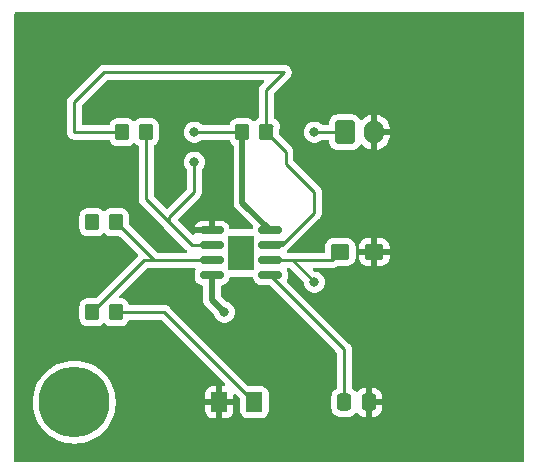
<source format=gbr>
%TF.GenerationSoftware,KiCad,Pcbnew,7.0.8*%
%TF.CreationDate,2023-10-16T16:24:13-07:00*%
%TF.ProjectId,KiCad_Lab2_ConnorRoane,4b694361-645f-44c6-9162-325f436f6e6e,rev?*%
%TF.SameCoordinates,Original*%
%TF.FileFunction,Copper,L1,Top*%
%TF.FilePolarity,Positive*%
%FSLAX46Y46*%
G04 Gerber Fmt 4.6, Leading zero omitted, Abs format (unit mm)*
G04 Created by KiCad (PCBNEW 7.0.8) date 2023-10-16 16:24:13*
%MOMM*%
%LPD*%
G01*
G04 APERTURE LIST*
G04 Aperture macros list*
%AMRoundRect*
0 Rectangle with rounded corners*
0 $1 Rounding radius*
0 $2 $3 $4 $5 $6 $7 $8 $9 X,Y pos of 4 corners*
0 Add a 4 corners polygon primitive as box body*
4,1,4,$2,$3,$4,$5,$6,$7,$8,$9,$2,$3,0*
0 Add four circle primitives for the rounded corners*
1,1,$1+$1,$2,$3*
1,1,$1+$1,$4,$5*
1,1,$1+$1,$6,$7*
1,1,$1+$1,$8,$9*
0 Add four rect primitives between the rounded corners*
20,1,$1+$1,$2,$3,$4,$5,0*
20,1,$1+$1,$4,$5,$6,$7,0*
20,1,$1+$1,$6,$7,$8,$9,0*
20,1,$1+$1,$8,$9,$2,$3,0*%
G04 Aperture macros list end*
%TA.AperFunction,ComponentPad*%
%ADD10C,6.000000*%
%TD*%
%TA.AperFunction,SMDPad,CuDef*%
%ADD11RoundRect,0.150000X-0.825000X-0.150000X0.825000X-0.150000X0.825000X0.150000X-0.825000X0.150000X0*%
%TD*%
%TA.AperFunction,SMDPad,CuDef*%
%ADD12R,2.290000X3.000000*%
%TD*%
%TA.AperFunction,SMDPad,CuDef*%
%ADD13RoundRect,0.250000X-0.350000X-0.450000X0.350000X-0.450000X0.350000X0.450000X-0.350000X0.450000X0*%
%TD*%
%TA.AperFunction,ComponentPad*%
%ADD14RoundRect,0.250000X-0.600000X-0.750000X0.600000X-0.750000X0.600000X0.750000X-0.600000X0.750000X0*%
%TD*%
%TA.AperFunction,ComponentPad*%
%ADD15O,1.700000X2.000000*%
%TD*%
%TA.AperFunction,SMDPad,CuDef*%
%ADD16RoundRect,0.250001X-0.462499X-0.624999X0.462499X-0.624999X0.462499X0.624999X-0.462499X0.624999X0*%
%TD*%
%TA.AperFunction,SMDPad,CuDef*%
%ADD17RoundRect,0.250000X-0.337500X-0.475000X0.337500X-0.475000X0.337500X0.475000X-0.337500X0.475000X0*%
%TD*%
%TA.AperFunction,SMDPad,CuDef*%
%ADD18RoundRect,0.250000X-0.537500X-0.425000X0.537500X-0.425000X0.537500X0.425000X-0.537500X0.425000X0*%
%TD*%
%TA.AperFunction,ViaPad*%
%ADD19C,0.800000*%
%TD*%
%TA.AperFunction,Conductor*%
%ADD20C,0.250000*%
%TD*%
%TA.AperFunction,Conductor*%
%ADD21C,0.254000*%
%TD*%
%TA.AperFunction,Conductor*%
%ADD22C,0.508000*%
%TD*%
G04 APERTURE END LIST*
D10*
%TO.P,REF\u002A\u002A,1*%
%TO.N,N/C*%
X88900000Y-88900000D03*
%TD*%
D11*
%TO.P,U1,1,GND*%
%TO.N,GND*%
X100552500Y-74355000D03*
%TO.P,U1,2,TR*%
%TO.N,/pin_2*%
X100552500Y-75625000D03*
%TO.P,U1,3,Q*%
%TO.N,/pin_3*%
X100552500Y-76895000D03*
%TO.P,U1,4,R*%
%TO.N,+9V*%
X100552500Y-78165000D03*
%TO.P,U1,5,CV*%
%TO.N,Net-(U1-CV)*%
X105502500Y-78165000D03*
%TO.P,U1,6,THR*%
%TO.N,/pin_2*%
X105502500Y-76895000D03*
%TO.P,U1,7,DIS*%
%TO.N,/pin_7*%
X105502500Y-75625000D03*
%TO.P,U1,8,VCC*%
%TO.N,+9V*%
X105502500Y-74355000D03*
D12*
%TO.P,U1,9*%
%TO.N,N/C*%
X103027500Y-76260000D03*
%TD*%
D13*
%TO.P,R4,1*%
%TO.N,/pin_3*%
X90440000Y-81280000D03*
%TO.P,R4,2*%
%TO.N,Net-(D2-A)*%
X92440000Y-81280000D03*
%TD*%
%TO.P,R3,1*%
%TO.N,Net-(D1-K)*%
X90440000Y-73660000D03*
%TO.P,R3,2*%
%TO.N,/pin_3*%
X92440000Y-73660000D03*
%TD*%
%TO.P,R2,2*%
%TO.N,/pin_2*%
X94980000Y-66040000D03*
%TO.P,R2,1*%
%TO.N,/pin_7*%
X92980000Y-66040000D03*
%TD*%
%TO.P,R1,1*%
%TO.N,+9V*%
X103140000Y-66040000D03*
%TO.P,R1,2*%
%TO.N,/pin_7*%
X105140000Y-66040000D03*
%TD*%
D14*
%TO.P,J1,1,Pin_1*%
%TO.N,+9V*%
X111800000Y-66040000D03*
D15*
%TO.P,J1,2,Pin_2*%
%TO.N,GND*%
X114300000Y-66040000D03*
%TD*%
D16*
%TO.P,D2,1,K*%
%TO.N,GND*%
X101165000Y-88900000D03*
%TO.P,D2,2,A*%
%TO.N,Net-(D2-A)*%
X104140000Y-88900000D03*
%TD*%
D17*
%TO.P,C2,1*%
%TO.N,Net-(U1-CV)*%
X111760000Y-88900000D03*
%TO.P,C2,2*%
%TO.N,GND*%
X113835000Y-88900000D03*
%TD*%
D18*
%TO.P,C1,2*%
%TO.N,GND*%
X114300000Y-76200000D03*
%TO.P,C1,1*%
%TO.N,/pin_2*%
X111425000Y-76200000D03*
%TD*%
D19*
%TO.N,/pin_2*%
X99060000Y-68580000D03*
%TO.N,GND*%
X96520000Y-58420000D03*
X96520000Y-63500000D03*
%TO.N,/pin_2*%
X109220000Y-78740000D03*
%TO.N,+9V*%
X101600000Y-81280000D03*
X99060000Y-66040000D03*
X109220000Y-66040000D03*
%TD*%
D20*
%TO.N,/pin_2*%
X99060000Y-71120000D02*
X99060000Y-68580000D01*
X96921918Y-73258082D02*
X99060000Y-71120000D01*
X96921918Y-73660000D02*
X96921918Y-73258082D01*
X96921918Y-73660000D02*
X96720959Y-73459041D01*
X109220000Y-78740000D02*
X107375000Y-76895000D01*
D21*
X96720959Y-73459041D02*
X98886918Y-75625000D01*
X94980000Y-71718082D02*
X96720959Y-73459041D01*
D20*
%TO.N,+9V*%
X99060000Y-66040000D02*
X103140000Y-66040000D01*
D22*
X100552500Y-80232500D02*
X101600000Y-81280000D01*
X100552500Y-78165000D02*
X100552500Y-80232500D01*
D20*
X111800000Y-66040000D02*
X109220000Y-66040000D01*
D22*
X103140000Y-71992500D02*
X105502500Y-74355000D01*
X103140000Y-66040000D02*
X103140000Y-71992500D01*
D20*
%TO.N,/pin_2*%
X105502500Y-76895000D02*
X107375000Y-76895000D01*
D21*
%TO.N,/pin_7*%
X105140000Y-62500000D02*
X105140000Y-66040000D01*
X106680000Y-60960000D02*
X105140000Y-62500000D01*
X88900000Y-63500000D02*
X91440000Y-60960000D01*
X88900000Y-66040000D02*
X88900000Y-63500000D01*
X91440000Y-60960000D02*
X106680000Y-60960000D01*
X92980000Y-66040000D02*
X88900000Y-66040000D01*
%TO.N,Net-(U1-CV)*%
X111760000Y-84422500D02*
X111760000Y-88900000D01*
X105502500Y-78165000D02*
X111760000Y-84422500D01*
%TO.N,Net-(D2-A)*%
X96520000Y-81280000D02*
X104140000Y-88900000D01*
X92440000Y-81280000D02*
X96520000Y-81280000D01*
D20*
%TO.N,/pin_7*%
X106477500Y-75625000D02*
X105502500Y-75625000D01*
X109220000Y-72882500D02*
X106477500Y-75625000D01*
X106802500Y-68702500D02*
X109220000Y-71120000D01*
X109220000Y-71120000D02*
X109220000Y-72882500D01*
X106802500Y-67702500D02*
X106802500Y-68702500D01*
X105140000Y-66040000D02*
X106802500Y-67702500D01*
D21*
%TO.N,/pin_2*%
X98886918Y-75625000D02*
X100552500Y-75625000D01*
X94980000Y-66040000D02*
X94980000Y-71718082D01*
X110730000Y-76895000D02*
X105502500Y-76895000D01*
X111425000Y-76200000D02*
X110730000Y-76895000D01*
%TO.N,/pin_3*%
X94825000Y-76895000D02*
X95675000Y-76895000D01*
X90440000Y-81280000D02*
X94825000Y-76895000D01*
X95675000Y-76895000D02*
X100552500Y-76895000D01*
X92440000Y-73660000D02*
X95675000Y-76895000D01*
D20*
%TO.N,/pin_7*%
X105787500Y-75340000D02*
X105502500Y-75625000D01*
X106680000Y-75340000D02*
X105787500Y-75340000D01*
X105680000Y-65500000D02*
X105140000Y-66040000D01*
%TO.N,/pin_2*%
X105502500Y-76895000D02*
X106477500Y-76895000D01*
%TD*%
%TA.AperFunction,Conductor*%
%TO.N,GND*%
G36*
X104932757Y-61607185D02*
G01*
X104978512Y-61659989D01*
X104988456Y-61729147D01*
X104959431Y-61792703D01*
X104953399Y-61799181D01*
X104754953Y-61997626D01*
X104742669Y-62007469D01*
X104742849Y-62007687D01*
X104736838Y-62012659D01*
X104689322Y-62063258D01*
X104668375Y-62084205D01*
X104664106Y-62089709D01*
X104660315Y-62094147D01*
X104628308Y-62128230D01*
X104628305Y-62128234D01*
X104618606Y-62145877D01*
X104607928Y-62162133D01*
X104595594Y-62178034D01*
X104595589Y-62178042D01*
X104577025Y-62220943D01*
X104574454Y-62226191D01*
X104551927Y-62267167D01*
X104546920Y-62286668D01*
X104540621Y-62305064D01*
X104533893Y-62320612D01*
X104532625Y-62323544D01*
X104532624Y-62323546D01*
X104525312Y-62369716D01*
X104524127Y-62375438D01*
X104512500Y-62420723D01*
X104512500Y-62440858D01*
X104510973Y-62460257D01*
X104507825Y-62480131D01*
X104512225Y-62526677D01*
X104512500Y-62532515D01*
X104512500Y-64810175D01*
X104492815Y-64877214D01*
X104453597Y-64915714D01*
X104321342Y-64997289D01*
X104227681Y-65090951D01*
X104166358Y-65124436D01*
X104096666Y-65119452D01*
X104052319Y-65090951D01*
X103958657Y-64997289D01*
X103958656Y-64997288D01*
X103809334Y-64905186D01*
X103642797Y-64850001D01*
X103642795Y-64850000D01*
X103540010Y-64839500D01*
X102739998Y-64839500D01*
X102739980Y-64839501D01*
X102637203Y-64850000D01*
X102637200Y-64850001D01*
X102470668Y-64905185D01*
X102470663Y-64905187D01*
X102321342Y-64997289D01*
X102197289Y-65121342D01*
X102105187Y-65270663D01*
X102105186Y-65270666D01*
X102085689Y-65329505D01*
X102045916Y-65386949D01*
X101981400Y-65413772D01*
X101967983Y-65414500D01*
X99763748Y-65414500D01*
X99696709Y-65394815D01*
X99671600Y-65373474D01*
X99665873Y-65367114D01*
X99665869Y-65367110D01*
X99512734Y-65255851D01*
X99512729Y-65255848D01*
X99339807Y-65178857D01*
X99339802Y-65178855D01*
X99194001Y-65147865D01*
X99154646Y-65139500D01*
X98965354Y-65139500D01*
X98932897Y-65146398D01*
X98780197Y-65178855D01*
X98780192Y-65178857D01*
X98607270Y-65255848D01*
X98607265Y-65255851D01*
X98454129Y-65367111D01*
X98327466Y-65507785D01*
X98232821Y-65671715D01*
X98232818Y-65671722D01*
X98189378Y-65805419D01*
X98174326Y-65851744D01*
X98154540Y-66040000D01*
X98174326Y-66228256D01*
X98174327Y-66228259D01*
X98232818Y-66408277D01*
X98232821Y-66408284D01*
X98327467Y-66572216D01*
X98416627Y-66671238D01*
X98454129Y-66712888D01*
X98607265Y-66824148D01*
X98607270Y-66824151D01*
X98780192Y-66901142D01*
X98780197Y-66901144D01*
X98965354Y-66940500D01*
X98965355Y-66940500D01*
X99154644Y-66940500D01*
X99154646Y-66940500D01*
X99339803Y-66901144D01*
X99512730Y-66824151D01*
X99665871Y-66712888D01*
X99668788Y-66709647D01*
X99671600Y-66706526D01*
X99731087Y-66669879D01*
X99763748Y-66665500D01*
X101967983Y-66665500D01*
X102035022Y-66685185D01*
X102080777Y-66737989D01*
X102085686Y-66750489D01*
X102105186Y-66809334D01*
X102197288Y-66958656D01*
X102321344Y-67082712D01*
X102326591Y-67085948D01*
X102373318Y-67137892D01*
X102385500Y-67191490D01*
X102385500Y-71928500D01*
X102384191Y-71946469D01*
X102380684Y-71970408D01*
X102385264Y-72022741D01*
X102385500Y-72028148D01*
X102385500Y-72036446D01*
X102389325Y-72069174D01*
X102396056Y-72146110D01*
X102397516Y-72153177D01*
X102397464Y-72153187D01*
X102399123Y-72160667D01*
X102399174Y-72160655D01*
X102400839Y-72167680D01*
X102427247Y-72240240D01*
X102451535Y-72313534D01*
X102454586Y-72320075D01*
X102454536Y-72320098D01*
X102457876Y-72326997D01*
X102457925Y-72326973D01*
X102461165Y-72333425D01*
X102503599Y-72397944D01*
X102544131Y-72463656D01*
X102548611Y-72469322D01*
X102548569Y-72469355D01*
X102553401Y-72475286D01*
X102553443Y-72475252D01*
X102558081Y-72480780D01*
X102558085Y-72480785D01*
X102586166Y-72507278D01*
X102614247Y-72533772D01*
X104012492Y-73932016D01*
X104045977Y-73993339D01*
X104043888Y-74054291D01*
X104029901Y-74102432D01*
X104029901Y-74102433D01*
X104027000Y-74139300D01*
X104026959Y-74140357D01*
X104004664Y-74206574D01*
X103950108Y-74250225D01*
X103903054Y-74259500D01*
X102151444Y-74259500D01*
X102084405Y-74239815D01*
X102038650Y-74187011D01*
X102027539Y-74140358D01*
X102027500Y-74139353D01*
X102024600Y-74102511D01*
X102024599Y-74102504D01*
X101978783Y-73944806D01*
X101978782Y-73944803D01*
X101895185Y-73803447D01*
X101895178Y-73803438D01*
X101779061Y-73687321D01*
X101779052Y-73687314D01*
X101637696Y-73603717D01*
X101637693Y-73603716D01*
X101479995Y-73557900D01*
X101479989Y-73557899D01*
X101443144Y-73555000D01*
X100802500Y-73555000D01*
X100802500Y-74481000D01*
X100782815Y-74548039D01*
X100730011Y-74593794D01*
X100678500Y-74605000D01*
X99080205Y-74605000D01*
X99080204Y-74605001D01*
X99080400Y-74607494D01*
X99081282Y-74612323D01*
X99073962Y-74681808D01*
X99030238Y-74736306D01*
X98963991Y-74758512D01*
X98896255Y-74741378D01*
X98871619Y-74722282D01*
X98254335Y-74104998D01*
X99080204Y-74104998D01*
X99080205Y-74105000D01*
X100302500Y-74105000D01*
X100302500Y-73555000D01*
X99661856Y-73555000D01*
X99625010Y-73557899D01*
X99625004Y-73557900D01*
X99467306Y-73603716D01*
X99467303Y-73603717D01*
X99325947Y-73687314D01*
X99325938Y-73687321D01*
X99209821Y-73803438D01*
X99209814Y-73803447D01*
X99126218Y-73944801D01*
X99080399Y-74102513D01*
X99080204Y-74104998D01*
X98254335Y-74104998D01*
X97694644Y-73545307D01*
X97661159Y-73483984D01*
X97666143Y-73414292D01*
X97694644Y-73369945D01*
X98550733Y-72513856D01*
X99443786Y-71620802D01*
X99456048Y-71610980D01*
X99455865Y-71610759D01*
X99461867Y-71605792D01*
X99461877Y-71605786D01*
X99509241Y-71555348D01*
X99530120Y-71534470D01*
X99534373Y-71528986D01*
X99538150Y-71524563D01*
X99570062Y-71490582D01*
X99579714Y-71473023D01*
X99590389Y-71456772D01*
X99602674Y-71440936D01*
X99621186Y-71398152D01*
X99623742Y-71392935D01*
X99646197Y-71352092D01*
X99651180Y-71332680D01*
X99657477Y-71314291D01*
X99665438Y-71295895D01*
X99672729Y-71249853D01*
X99673908Y-71244162D01*
X99685500Y-71199019D01*
X99685500Y-71178983D01*
X99687027Y-71159582D01*
X99690160Y-71139804D01*
X99685775Y-71093415D01*
X99685500Y-71087577D01*
X99685500Y-69278687D01*
X99705185Y-69211648D01*
X99717350Y-69195715D01*
X99735891Y-69175122D01*
X99792533Y-69112216D01*
X99887179Y-68948284D01*
X99945674Y-68768256D01*
X99965460Y-68580000D01*
X99945674Y-68391744D01*
X99887179Y-68211716D01*
X99792533Y-68047784D01*
X99665871Y-67907112D01*
X99665870Y-67907111D01*
X99512734Y-67795851D01*
X99512729Y-67795848D01*
X99339807Y-67718857D01*
X99339802Y-67718855D01*
X99194001Y-67687865D01*
X99154646Y-67679500D01*
X98965354Y-67679500D01*
X98932897Y-67686398D01*
X98780197Y-67718855D01*
X98780192Y-67718857D01*
X98607270Y-67795848D01*
X98607265Y-67795851D01*
X98454129Y-67907111D01*
X98327466Y-68047785D01*
X98232821Y-68211715D01*
X98232818Y-68211722D01*
X98174327Y-68391740D01*
X98174326Y-68391744D01*
X98154540Y-68580000D01*
X98174326Y-68768256D01*
X98174327Y-68768259D01*
X98232818Y-68948277D01*
X98232821Y-68948284D01*
X98327467Y-69112216D01*
X98347159Y-69134086D01*
X98402650Y-69195715D01*
X98432880Y-69258706D01*
X98434500Y-69278687D01*
X98434500Y-70809547D01*
X98414815Y-70876586D01*
X98398181Y-70897228D01*
X96810054Y-72485355D01*
X96748731Y-72518840D01*
X96679039Y-72513856D01*
X96634692Y-72485355D01*
X95643819Y-71494482D01*
X95610334Y-71433159D01*
X95607500Y-71406801D01*
X95607500Y-67269824D01*
X95627185Y-67202785D01*
X95666404Y-67164285D01*
X95709194Y-67137892D01*
X95798656Y-67082712D01*
X95922712Y-66958656D01*
X96014814Y-66809334D01*
X96069999Y-66642797D01*
X96080500Y-66540009D01*
X96080499Y-65539992D01*
X96069999Y-65437203D01*
X96014814Y-65270666D01*
X95922712Y-65121344D01*
X95798656Y-64997288D01*
X95649334Y-64905186D01*
X95482797Y-64850001D01*
X95482795Y-64850000D01*
X95380010Y-64839500D01*
X94579998Y-64839500D01*
X94579980Y-64839501D01*
X94477203Y-64850000D01*
X94477200Y-64850001D01*
X94310668Y-64905185D01*
X94310663Y-64905187D01*
X94161342Y-64997289D01*
X94067681Y-65090951D01*
X94006358Y-65124436D01*
X93936666Y-65119452D01*
X93892319Y-65090951D01*
X93798657Y-64997289D01*
X93798656Y-64997288D01*
X93649334Y-64905186D01*
X93482797Y-64850001D01*
X93482795Y-64850000D01*
X93380010Y-64839500D01*
X92579998Y-64839500D01*
X92579980Y-64839501D01*
X92477203Y-64850000D01*
X92477200Y-64850001D01*
X92310668Y-64905185D01*
X92310663Y-64905187D01*
X92161342Y-64997289D01*
X92037289Y-65121342D01*
X91945187Y-65270663D01*
X91945185Y-65270668D01*
X91926352Y-65327504D01*
X91886579Y-65384949D01*
X91822063Y-65411772D01*
X91808646Y-65412500D01*
X89651500Y-65412500D01*
X89584461Y-65392815D01*
X89538706Y-65340011D01*
X89527500Y-65288500D01*
X89527500Y-63811281D01*
X89547185Y-63744242D01*
X89563819Y-63723600D01*
X91663600Y-61623819D01*
X91724923Y-61590334D01*
X91751281Y-61587500D01*
X104865718Y-61587500D01*
X104932757Y-61607185D01*
G37*
%TD.AperFunction*%
%TA.AperFunction,Conductor*%
G36*
X126942539Y-55900185D02*
G01*
X126988294Y-55952989D01*
X126999500Y-56004500D01*
X126999500Y-93855500D01*
X126979815Y-93922539D01*
X126927011Y-93968294D01*
X126875500Y-93979500D01*
X83944500Y-93979500D01*
X83877461Y-93959815D01*
X83831706Y-93907011D01*
X83820500Y-93855500D01*
X83820500Y-88900000D01*
X85394696Y-88900000D01*
X85413898Y-89266405D01*
X85439020Y-89425019D01*
X85471295Y-89628794D01*
X85512452Y-89782395D01*
X85566260Y-89983206D01*
X85697746Y-90325739D01*
X85864320Y-90652656D01*
X86064147Y-90960364D01*
X86064149Y-90960366D01*
X86295051Y-91245506D01*
X86554494Y-91504949D01*
X86554498Y-91504952D01*
X86839635Y-91735852D01*
X87147343Y-91935679D01*
X87147348Y-91935682D01*
X87474264Y-92102255D01*
X87816801Y-92233742D01*
X88171206Y-92328705D01*
X88533596Y-92386102D01*
X88879734Y-92404241D01*
X88899999Y-92405304D01*
X88900000Y-92405304D01*
X88900001Y-92405304D01*
X88919203Y-92404297D01*
X89266404Y-92386102D01*
X89628794Y-92328705D01*
X89983199Y-92233742D01*
X90325736Y-92102255D01*
X90652652Y-91935682D01*
X90960366Y-91735851D01*
X91245506Y-91504949D01*
X91504949Y-91245506D01*
X91735851Y-90960366D01*
X91935682Y-90652652D01*
X92102255Y-90325736D01*
X92233742Y-89983199D01*
X92328705Y-89628794D01*
X92386102Y-89266404D01*
X92392202Y-89150000D01*
X99952500Y-89150000D01*
X99952500Y-89574985D01*
X99962993Y-89677689D01*
X99962994Y-89677696D01*
X100018141Y-89844118D01*
X100018143Y-89844123D01*
X100110184Y-89993344D01*
X100234155Y-90117315D01*
X100383376Y-90209356D01*
X100383381Y-90209358D01*
X100549803Y-90264505D01*
X100549810Y-90264506D01*
X100652514Y-90274999D01*
X100652527Y-90275000D01*
X100915000Y-90275000D01*
X100915000Y-89150000D01*
X101415000Y-89150000D01*
X101415000Y-90275000D01*
X101677473Y-90275000D01*
X101677485Y-90274999D01*
X101780189Y-90264506D01*
X101780196Y-90264505D01*
X101946618Y-90209358D01*
X101946623Y-90209356D01*
X102095844Y-90117315D01*
X102219815Y-89993344D01*
X102311856Y-89844123D01*
X102311858Y-89844118D01*
X102367005Y-89677696D01*
X102367006Y-89677689D01*
X102377499Y-89574985D01*
X102377500Y-89574972D01*
X102377500Y-89150000D01*
X101415000Y-89150000D01*
X100915000Y-89150000D01*
X99952500Y-89150000D01*
X92392202Y-89150000D01*
X92405304Y-88900000D01*
X92392202Y-88650000D01*
X99952500Y-88650000D01*
X100915000Y-88650000D01*
X100915000Y-87525000D01*
X100652514Y-87525000D01*
X100549810Y-87535493D01*
X100549803Y-87535494D01*
X100383381Y-87590641D01*
X100383376Y-87590643D01*
X100234155Y-87682684D01*
X100110184Y-87806655D01*
X100018143Y-87955876D01*
X100018141Y-87955881D01*
X99962994Y-88122303D01*
X99962993Y-88122310D01*
X99952500Y-88225014D01*
X99952500Y-88650000D01*
X92392202Y-88650000D01*
X92386102Y-88533596D01*
X92328705Y-88171206D01*
X92233742Y-87816801D01*
X92229729Y-87806348D01*
X92183338Y-87685493D01*
X92102255Y-87474264D01*
X91935682Y-87147348D01*
X91735851Y-86839634D01*
X91504949Y-86554494D01*
X91245506Y-86295051D01*
X90960366Y-86064149D01*
X90960364Y-86064147D01*
X90652656Y-85864320D01*
X90325739Y-85697746D01*
X89983206Y-85566260D01*
X89983199Y-85566258D01*
X89628794Y-85471295D01*
X89628790Y-85471294D01*
X89628789Y-85471294D01*
X89266405Y-85413898D01*
X88900001Y-85394696D01*
X88899999Y-85394696D01*
X88533594Y-85413898D01*
X88171211Y-85471294D01*
X88171209Y-85471294D01*
X87816793Y-85566260D01*
X87474260Y-85697746D01*
X87147343Y-85864320D01*
X86839635Y-86064147D01*
X86554498Y-86295047D01*
X86554490Y-86295054D01*
X86295054Y-86554490D01*
X86295047Y-86554498D01*
X86064147Y-86839635D01*
X85864320Y-87147343D01*
X85697746Y-87474260D01*
X85566260Y-87816793D01*
X85471294Y-88171209D01*
X85471294Y-88171211D01*
X85413898Y-88533594D01*
X85394696Y-88899999D01*
X85394696Y-88900000D01*
X83820500Y-88900000D01*
X83820500Y-63480131D01*
X88267825Y-63480131D01*
X88272225Y-63526677D01*
X88272500Y-63532515D01*
X88272500Y-65968961D01*
X88270304Y-65992196D01*
X88268761Y-66000283D01*
X88268761Y-66000286D01*
X88272378Y-66057786D01*
X88272500Y-66061659D01*
X88272500Y-66079484D01*
X88274733Y-66097159D01*
X88275099Y-66101034D01*
X88278716Y-66158518D01*
X88281261Y-66166350D01*
X88286351Y-66189119D01*
X88287384Y-66197293D01*
X88287385Y-66197297D01*
X88287386Y-66197299D01*
X88308592Y-66250862D01*
X88309911Y-66254525D01*
X88327709Y-66309300D01*
X88332121Y-66316252D01*
X88342713Y-66337041D01*
X88345747Y-66344704D01*
X88379608Y-66391310D01*
X88381798Y-66394531D01*
X88412659Y-66443161D01*
X88418661Y-66448797D01*
X88434098Y-66466307D01*
X88438937Y-66472968D01*
X88483317Y-66509682D01*
X88486238Y-66512258D01*
X88515781Y-66540000D01*
X88528233Y-66551693D01*
X88535451Y-66555661D01*
X88554758Y-66568782D01*
X88561094Y-66574024D01*
X88561095Y-66574024D01*
X88561097Y-66574026D01*
X88612361Y-66598149D01*
X88613203Y-66598545D01*
X88616674Y-66600314D01*
X88635495Y-66610660D01*
X88667166Y-66628072D01*
X88675137Y-66630118D01*
X88697105Y-66638027D01*
X88704551Y-66641531D01*
X88761147Y-66652326D01*
X88764892Y-66653163D01*
X88820728Y-66667500D01*
X88828962Y-66667500D01*
X88852198Y-66669697D01*
X88860277Y-66671238D01*
X88860281Y-66671238D01*
X88860286Y-66671239D01*
X88917787Y-66667621D01*
X88921660Y-66667500D01*
X91808646Y-66667500D01*
X91875685Y-66687185D01*
X91921440Y-66739989D01*
X91926350Y-66752492D01*
X91945186Y-66809334D01*
X92037288Y-66958656D01*
X92161344Y-67082712D01*
X92310666Y-67174814D01*
X92477203Y-67229999D01*
X92579991Y-67240500D01*
X93380008Y-67240499D01*
X93380016Y-67240498D01*
X93380019Y-67240498D01*
X93436302Y-67234748D01*
X93482797Y-67229999D01*
X93649334Y-67174814D01*
X93798656Y-67082712D01*
X93892319Y-66989049D01*
X93953642Y-66955564D01*
X94023334Y-66960548D01*
X94067681Y-66989049D01*
X94161344Y-67082712D01*
X94293596Y-67164285D01*
X94340321Y-67216233D01*
X94352500Y-67269824D01*
X94352500Y-71635114D01*
X94350772Y-71650763D01*
X94351054Y-71650790D01*
X94350319Y-71658557D01*
X94352500Y-71727941D01*
X94352500Y-71757559D01*
X94353371Y-71764462D01*
X94353829Y-71770281D01*
X94355298Y-71817024D01*
X94360916Y-71836357D01*
X94364862Y-71855411D01*
X94367383Y-71875369D01*
X94367386Y-71875381D01*
X94384595Y-71918847D01*
X94386487Y-71924375D01*
X94399530Y-71969269D01*
X94399530Y-71969270D01*
X94409777Y-71986597D01*
X94418335Y-72004067D01*
X94425745Y-72022783D01*
X94453229Y-72060611D01*
X94456437Y-72065495D01*
X94480234Y-72105734D01*
X94480240Y-72105742D01*
X94494469Y-72119970D01*
X94507109Y-72134769D01*
X94518934Y-72151046D01*
X94518936Y-72151047D01*
X94518937Y-72151049D01*
X94554957Y-72180847D01*
X94559268Y-72184769D01*
X95529916Y-73155417D01*
X96445427Y-74070928D01*
X96458063Y-74085723D01*
X96462324Y-74091587D01*
X96478538Y-74105000D01*
X96481850Y-74107740D01*
X96486161Y-74111662D01*
X97464684Y-75090185D01*
X98384542Y-76010043D01*
X98394389Y-76022333D01*
X98394607Y-76022154D01*
X98399575Y-76028160D01*
X98426142Y-76053108D01*
X98461537Y-76113350D01*
X98458743Y-76183163D01*
X98418649Y-76240384D01*
X98353984Y-76266845D01*
X98341258Y-76267500D01*
X95986281Y-76267500D01*
X95919242Y-76247815D01*
X95898600Y-76231181D01*
X93576818Y-73909399D01*
X93543333Y-73848076D01*
X93540499Y-73821718D01*
X93540499Y-73159998D01*
X93540498Y-73159981D01*
X93529999Y-73057203D01*
X93529998Y-73057200D01*
X93514186Y-73009482D01*
X93474814Y-72890666D01*
X93382712Y-72741344D01*
X93258656Y-72617288D01*
X93109334Y-72525186D01*
X92942797Y-72470001D01*
X92942795Y-72470000D01*
X92840010Y-72459500D01*
X92039998Y-72459500D01*
X92039980Y-72459501D01*
X91937203Y-72470000D01*
X91937200Y-72470001D01*
X91770668Y-72525185D01*
X91770663Y-72525187D01*
X91621342Y-72617289D01*
X91527681Y-72710951D01*
X91466358Y-72744436D01*
X91396666Y-72739452D01*
X91352319Y-72710951D01*
X91258657Y-72617289D01*
X91258656Y-72617288D01*
X91109334Y-72525186D01*
X90942797Y-72470001D01*
X90942795Y-72470000D01*
X90840010Y-72459500D01*
X90039998Y-72459500D01*
X90039980Y-72459501D01*
X89937203Y-72470000D01*
X89937200Y-72470001D01*
X89770668Y-72525185D01*
X89770663Y-72525187D01*
X89621342Y-72617289D01*
X89497289Y-72741342D01*
X89405187Y-72890663D01*
X89405185Y-72890668D01*
X89394776Y-72922082D01*
X89350001Y-73057203D01*
X89350001Y-73057204D01*
X89350000Y-73057204D01*
X89339500Y-73159983D01*
X89339500Y-74160001D01*
X89339501Y-74160019D01*
X89350000Y-74262796D01*
X89350001Y-74262799D01*
X89351032Y-74265909D01*
X89405186Y-74429334D01*
X89497288Y-74578656D01*
X89621344Y-74702712D01*
X89770666Y-74794814D01*
X89937203Y-74849999D01*
X90039991Y-74860500D01*
X90840008Y-74860499D01*
X90840016Y-74860498D01*
X90840019Y-74860498D01*
X90896302Y-74854748D01*
X90942797Y-74849999D01*
X91109334Y-74794814D01*
X91258656Y-74702712D01*
X91352319Y-74609049D01*
X91413642Y-74575564D01*
X91483334Y-74580548D01*
X91527681Y-74609049D01*
X91621344Y-74702712D01*
X91770666Y-74794814D01*
X91937203Y-74849999D01*
X92039991Y-74860500D01*
X92701718Y-74860499D01*
X92768757Y-74880183D01*
X92789399Y-74896818D01*
X94274899Y-76382318D01*
X94308384Y-76443641D01*
X94303400Y-76513333D01*
X94274899Y-76557680D01*
X90789398Y-80043181D01*
X90728075Y-80076666D01*
X90701717Y-80079500D01*
X90039998Y-80079500D01*
X90039980Y-80079501D01*
X89937203Y-80090000D01*
X89937200Y-80090001D01*
X89770668Y-80145185D01*
X89770663Y-80145187D01*
X89621342Y-80237289D01*
X89497289Y-80361342D01*
X89405187Y-80510663D01*
X89405186Y-80510666D01*
X89350001Y-80677203D01*
X89350001Y-80677204D01*
X89350000Y-80677204D01*
X89339500Y-80779983D01*
X89339500Y-81780001D01*
X89339501Y-81780019D01*
X89350000Y-81882796D01*
X89350001Y-81882799D01*
X89405185Y-82049331D01*
X89405186Y-82049334D01*
X89497288Y-82198656D01*
X89621344Y-82322712D01*
X89770666Y-82414814D01*
X89937203Y-82469999D01*
X90039991Y-82480500D01*
X90840008Y-82480499D01*
X90840016Y-82480498D01*
X90840019Y-82480498D01*
X90896302Y-82474748D01*
X90942797Y-82469999D01*
X91109334Y-82414814D01*
X91258656Y-82322712D01*
X91352319Y-82229049D01*
X91413642Y-82195564D01*
X91483334Y-82200548D01*
X91527681Y-82229049D01*
X91621344Y-82322712D01*
X91770666Y-82414814D01*
X91937203Y-82469999D01*
X92039991Y-82480500D01*
X92840008Y-82480499D01*
X92840016Y-82480498D01*
X92840019Y-82480498D01*
X92896302Y-82474748D01*
X92942797Y-82469999D01*
X93109334Y-82414814D01*
X93258656Y-82322712D01*
X93382712Y-82198656D01*
X93474814Y-82049334D01*
X93493648Y-81992495D01*
X93533421Y-81935051D01*
X93597937Y-81908228D01*
X93611354Y-81907500D01*
X96208719Y-81907500D01*
X96275758Y-81927185D01*
X96296400Y-81943819D01*
X101665900Y-87313319D01*
X101699385Y-87374642D01*
X101694401Y-87444334D01*
X101652529Y-87500267D01*
X101587065Y-87524684D01*
X101578219Y-87525000D01*
X101415000Y-87525000D01*
X101415000Y-88650000D01*
X102377500Y-88650000D01*
X102377500Y-88324281D01*
X102397185Y-88257242D01*
X102449989Y-88211487D01*
X102519147Y-88201543D01*
X102582703Y-88230568D01*
X102589181Y-88236600D01*
X102890681Y-88538100D01*
X102924166Y-88599423D01*
X102927000Y-88625781D01*
X102927000Y-89575015D01*
X102937500Y-89677795D01*
X102937501Y-89677797D01*
X102965093Y-89761065D01*
X102992686Y-89844335D01*
X102992687Y-89844337D01*
X103084786Y-89993651D01*
X103084789Y-89993655D01*
X103208844Y-90117710D01*
X103208848Y-90117713D01*
X103358162Y-90209812D01*
X103358164Y-90209813D01*
X103358166Y-90209814D01*
X103524703Y-90264999D01*
X103627492Y-90275500D01*
X103627497Y-90275500D01*
X104652503Y-90275500D01*
X104652508Y-90275500D01*
X104755297Y-90264999D01*
X104921834Y-90209814D01*
X105071155Y-90117711D01*
X105195211Y-89993655D01*
X105287314Y-89844334D01*
X105342499Y-89677797D01*
X105353000Y-89575008D01*
X105353000Y-88224992D01*
X105342499Y-88122203D01*
X105287314Y-87955666D01*
X105201660Y-87816801D01*
X105195213Y-87806348D01*
X105195210Y-87806344D01*
X105071155Y-87682289D01*
X105071151Y-87682286D01*
X104921837Y-87590187D01*
X104921835Y-87590186D01*
X104838565Y-87562593D01*
X104755297Y-87535001D01*
X104755295Y-87535000D01*
X104652515Y-87524500D01*
X104652508Y-87524500D01*
X103703281Y-87524500D01*
X103636242Y-87504815D01*
X103615600Y-87488181D01*
X97022376Y-80894957D01*
X97012531Y-80882668D01*
X97012313Y-80882849D01*
X97007340Y-80876838D01*
X96956741Y-80829322D01*
X96946268Y-80818849D01*
X96935797Y-80808377D01*
X96930296Y-80804111D01*
X96925848Y-80800312D01*
X96891768Y-80768308D01*
X96891763Y-80768304D01*
X96874122Y-80758606D01*
X96857857Y-80747922D01*
X96857680Y-80747785D01*
X96841962Y-80735592D01*
X96826804Y-80729032D01*
X96799054Y-80717023D01*
X96793807Y-80714453D01*
X96752837Y-80691929D01*
X96752828Y-80691926D01*
X96733334Y-80686920D01*
X96714933Y-80680620D01*
X96696459Y-80672626D01*
X96696452Y-80672624D01*
X96650287Y-80665313D01*
X96644563Y-80664128D01*
X96599279Y-80652500D01*
X96599272Y-80652500D01*
X96579142Y-80652500D01*
X96559743Y-80650973D01*
X96539868Y-80647825D01*
X96539867Y-80647825D01*
X96493321Y-80652225D01*
X96487483Y-80652500D01*
X93611354Y-80652500D01*
X93544315Y-80632815D01*
X93498560Y-80580011D01*
X93493648Y-80567504D01*
X93491186Y-80560075D01*
X93474814Y-80510666D01*
X93382712Y-80361344D01*
X93258656Y-80237288D01*
X93109334Y-80145186D01*
X92942797Y-80090001D01*
X92942795Y-80090000D01*
X92840016Y-80079500D01*
X92840009Y-80079500D01*
X92827280Y-80079500D01*
X92760241Y-80059815D01*
X92714486Y-80007011D01*
X92704542Y-79937853D01*
X92733567Y-79874297D01*
X92739599Y-79867819D01*
X93847071Y-78760348D01*
X95048600Y-77558819D01*
X95109923Y-77525334D01*
X95136281Y-77522500D01*
X95595728Y-77522500D01*
X95615858Y-77522500D01*
X95635257Y-77524027D01*
X95655133Y-77527175D01*
X95697779Y-77523143D01*
X95701679Y-77522775D01*
X95707517Y-77522500D01*
X99045626Y-77522500D01*
X99112665Y-77542185D01*
X99158420Y-77594989D01*
X99168364Y-77664147D01*
X99152358Y-77709621D01*
X99125755Y-77754603D01*
X99125754Y-77754606D01*
X99079902Y-77912426D01*
X99079901Y-77912432D01*
X99077000Y-77949304D01*
X99077000Y-78380696D01*
X99079901Y-78417567D01*
X99079902Y-78417573D01*
X99125754Y-78575393D01*
X99125755Y-78575396D01*
X99209417Y-78716862D01*
X99209423Y-78716870D01*
X99325629Y-78833076D01*
X99325633Y-78833079D01*
X99325635Y-78833081D01*
X99467102Y-78916744D01*
X99506726Y-78928256D01*
X99624926Y-78962597D01*
X99624929Y-78962597D01*
X99624931Y-78962598D01*
X99637222Y-78963565D01*
X99661804Y-78965500D01*
X99661806Y-78965500D01*
X99674000Y-78965500D01*
X99741039Y-78985185D01*
X99786794Y-79037989D01*
X99798000Y-79089500D01*
X99798000Y-80168500D01*
X99796691Y-80186469D01*
X99793184Y-80210408D01*
X99797764Y-80262741D01*
X99798000Y-80268148D01*
X99798000Y-80276446D01*
X99801825Y-80309174D01*
X99808556Y-80386110D01*
X99810016Y-80393177D01*
X99809964Y-80393187D01*
X99811623Y-80400667D01*
X99811674Y-80400655D01*
X99813339Y-80407680D01*
X99839747Y-80480240D01*
X99864035Y-80553534D01*
X99867086Y-80560075D01*
X99867036Y-80560098D01*
X99870376Y-80566997D01*
X99870425Y-80566973D01*
X99873662Y-80573420D01*
X99873664Y-80573424D01*
X99895820Y-80607111D01*
X99916099Y-80637944D01*
X99956631Y-80703656D01*
X99961111Y-80709322D01*
X99961069Y-80709355D01*
X99965901Y-80715286D01*
X99965943Y-80715252D01*
X99970581Y-80720780D01*
X99970585Y-80720785D01*
X99986280Y-80735592D01*
X100026747Y-80773772D01*
X100689951Y-81436975D01*
X100720201Y-81486338D01*
X100772818Y-81648277D01*
X100772821Y-81648284D01*
X100867467Y-81812216D01*
X100985963Y-81943819D01*
X100994129Y-81952888D01*
X101147265Y-82064148D01*
X101147270Y-82064151D01*
X101320192Y-82141142D01*
X101320197Y-82141144D01*
X101505354Y-82180500D01*
X101505355Y-82180500D01*
X101694644Y-82180500D01*
X101694646Y-82180500D01*
X101879803Y-82141144D01*
X102052730Y-82064151D01*
X102205871Y-81952888D01*
X102332533Y-81812216D01*
X102427179Y-81648284D01*
X102485674Y-81468256D01*
X102505460Y-81280000D01*
X102485674Y-81091744D01*
X102427179Y-80911716D01*
X102332533Y-80747784D01*
X102205871Y-80607112D01*
X102159505Y-80573425D01*
X102052734Y-80495851D01*
X102052729Y-80495848D01*
X101879807Y-80418857D01*
X101879802Y-80418855D01*
X101821853Y-80406538D01*
X101760371Y-80373345D01*
X101759953Y-80372929D01*
X101343319Y-79956294D01*
X101309834Y-79894971D01*
X101307000Y-79868613D01*
X101307000Y-79089500D01*
X101326685Y-79022461D01*
X101379489Y-78976706D01*
X101431000Y-78965500D01*
X101443196Y-78965500D01*
X101461631Y-78964049D01*
X101480069Y-78962598D01*
X101480071Y-78962597D01*
X101480073Y-78962597D01*
X101521691Y-78950505D01*
X101637898Y-78916744D01*
X101779365Y-78833081D01*
X101895581Y-78716865D01*
X101979244Y-78575398D01*
X102025098Y-78417569D01*
X102028000Y-78380694D01*
X102028041Y-78379643D01*
X102050336Y-78313426D01*
X102104891Y-78269774D01*
X102151946Y-78260499D01*
X103903054Y-78260499D01*
X103970093Y-78280184D01*
X104015848Y-78332988D01*
X104026959Y-78379643D01*
X104027000Y-78380700D01*
X104029901Y-78417566D01*
X104029902Y-78417573D01*
X104075754Y-78575393D01*
X104075755Y-78575396D01*
X104159417Y-78716862D01*
X104159423Y-78716870D01*
X104275629Y-78833076D01*
X104275633Y-78833079D01*
X104275635Y-78833081D01*
X104417102Y-78916744D01*
X104456726Y-78928256D01*
X104574926Y-78962597D01*
X104574929Y-78962597D01*
X104574931Y-78962598D01*
X104587222Y-78963565D01*
X104611804Y-78965500D01*
X104611806Y-78965500D01*
X105364219Y-78965500D01*
X105431258Y-78985185D01*
X105451900Y-79001819D01*
X111096181Y-84646100D01*
X111129666Y-84707423D01*
X111132500Y-84733781D01*
X111132500Y-87652885D01*
X111112815Y-87719924D01*
X111073597Y-87758424D01*
X110953842Y-87832289D01*
X110829789Y-87956342D01*
X110737687Y-88105663D01*
X110737685Y-88105668D01*
X110715968Y-88171206D01*
X110682501Y-88272203D01*
X110682501Y-88272204D01*
X110682500Y-88272204D01*
X110672000Y-88374983D01*
X110672000Y-89425001D01*
X110672001Y-89425019D01*
X110682500Y-89527796D01*
X110682501Y-89527799D01*
X110732206Y-89677796D01*
X110737686Y-89694334D01*
X110829788Y-89843656D01*
X110953844Y-89967712D01*
X111103166Y-90059814D01*
X111269703Y-90114999D01*
X111372491Y-90125500D01*
X112147508Y-90125499D01*
X112147516Y-90125498D01*
X112147519Y-90125498D01*
X112223748Y-90117711D01*
X112250297Y-90114999D01*
X112416834Y-90059814D01*
X112566156Y-89967712D01*
X112690212Y-89843656D01*
X112692252Y-89840347D01*
X112694245Y-89838555D01*
X112694693Y-89837989D01*
X112694789Y-89838065D01*
X112744194Y-89793623D01*
X112813156Y-89782395D01*
X112877240Y-89810234D01*
X112903329Y-89840339D01*
X112905181Y-89843341D01*
X112905183Y-89843344D01*
X113029154Y-89967315D01*
X113178375Y-90059356D01*
X113178380Y-90059358D01*
X113344802Y-90114505D01*
X113344809Y-90114506D01*
X113447519Y-90124999D01*
X113584999Y-90124999D01*
X113585000Y-90124998D01*
X113585000Y-89150000D01*
X114085000Y-89150000D01*
X114085000Y-90124999D01*
X114222472Y-90124999D01*
X114222486Y-90124998D01*
X114325197Y-90114505D01*
X114491619Y-90059358D01*
X114491624Y-90059356D01*
X114640845Y-89967315D01*
X114764815Y-89843345D01*
X114856856Y-89694124D01*
X114856858Y-89694119D01*
X114912005Y-89527697D01*
X114912006Y-89527690D01*
X114922499Y-89424986D01*
X114922500Y-89424973D01*
X114922500Y-89150000D01*
X114085000Y-89150000D01*
X113585000Y-89150000D01*
X113585000Y-87675000D01*
X114085000Y-87675000D01*
X114085000Y-88650000D01*
X114922499Y-88650000D01*
X114922499Y-88375028D01*
X114922498Y-88375013D01*
X114912005Y-88272302D01*
X114856858Y-88105880D01*
X114856856Y-88105875D01*
X114764815Y-87956654D01*
X114640845Y-87832684D01*
X114491624Y-87740643D01*
X114491619Y-87740641D01*
X114325197Y-87685494D01*
X114325190Y-87685493D01*
X114222486Y-87675000D01*
X114085000Y-87675000D01*
X113585000Y-87675000D01*
X113447527Y-87675000D01*
X113447512Y-87675001D01*
X113344802Y-87685494D01*
X113178380Y-87740641D01*
X113178375Y-87740643D01*
X113029154Y-87832684D01*
X112905183Y-87956655D01*
X112905179Y-87956660D01*
X112903326Y-87959665D01*
X112901518Y-87961290D01*
X112900702Y-87962323D01*
X112900525Y-87962183D01*
X112851374Y-88006385D01*
X112782411Y-88017601D01*
X112718331Y-87989752D01*
X112692253Y-87959653D01*
X112692237Y-87959628D01*
X112690212Y-87956344D01*
X112566156Y-87832288D01*
X112446403Y-87758424D01*
X112399679Y-87706476D01*
X112387500Y-87652885D01*
X112387500Y-84505464D01*
X112389228Y-84489814D01*
X112388946Y-84489788D01*
X112389680Y-84482025D01*
X112387500Y-84412654D01*
X112387500Y-84383028D01*
X112387500Y-84383024D01*
X112386627Y-84376114D01*
X112386168Y-84370285D01*
X112384700Y-84323557D01*
X112379082Y-84304220D01*
X112375138Y-84285174D01*
X112372616Y-84265207D01*
X112355402Y-84221731D01*
X112353513Y-84216210D01*
X112340468Y-84171308D01*
X112330225Y-84153989D01*
X112321662Y-84136511D01*
X112314253Y-84117797D01*
X112314253Y-84117796D01*
X112286771Y-84079972D01*
X112283567Y-84075096D01*
X112259763Y-84034844D01*
X112259761Y-84034842D01*
X112259759Y-84034839D01*
X112245531Y-84020612D01*
X112232896Y-84005820D01*
X112221063Y-83989533D01*
X112221060Y-83989531D01*
X112221060Y-83989530D01*
X112221059Y-83989529D01*
X112185035Y-83959728D01*
X112180713Y-83955794D01*
X106949344Y-78724425D01*
X106915859Y-78663102D01*
X106920843Y-78593410D01*
X106927291Y-78579908D01*
X106929239Y-78575405D01*
X106929244Y-78575398D01*
X106975098Y-78417569D01*
X106978000Y-78380694D01*
X106978000Y-77949306D01*
X106975098Y-77912431D01*
X106965343Y-77878856D01*
X106929245Y-77754606D01*
X106929244Y-77754603D01*
X106929244Y-77754602D01*
X106902641Y-77709619D01*
X106885459Y-77641897D01*
X106907619Y-77575635D01*
X106962085Y-77531871D01*
X107009374Y-77522500D01*
X107066548Y-77522500D01*
X107133587Y-77542185D01*
X107154229Y-77558819D01*
X108281038Y-78685629D01*
X108314523Y-78746952D01*
X108316678Y-78760348D01*
X108324322Y-78833076D01*
X108334326Y-78928256D01*
X108334327Y-78928259D01*
X108392818Y-79108277D01*
X108392821Y-79108284D01*
X108487467Y-79272216D01*
X108614129Y-79412888D01*
X108767265Y-79524148D01*
X108767270Y-79524151D01*
X108940192Y-79601142D01*
X108940197Y-79601144D01*
X109125354Y-79640500D01*
X109125355Y-79640500D01*
X109314644Y-79640500D01*
X109314646Y-79640500D01*
X109499803Y-79601144D01*
X109672730Y-79524151D01*
X109825871Y-79412888D01*
X109952533Y-79272216D01*
X110047179Y-79108284D01*
X110105674Y-78928256D01*
X110125460Y-78740000D01*
X110105674Y-78551744D01*
X110047179Y-78371716D01*
X109952533Y-78207784D01*
X109825871Y-78067112D01*
X109825870Y-78067111D01*
X109672734Y-77955851D01*
X109672729Y-77955848D01*
X109499807Y-77878857D01*
X109499802Y-77878855D01*
X109354001Y-77847865D01*
X109314646Y-77839500D01*
X109314645Y-77839500D01*
X109255452Y-77839500D01*
X109188413Y-77819815D01*
X109167771Y-77803181D01*
X109098771Y-77734181D01*
X109065286Y-77672858D01*
X109070270Y-77603166D01*
X109112142Y-77547233D01*
X109177606Y-77522816D01*
X109186452Y-77522500D01*
X110647033Y-77522500D01*
X110662681Y-77524227D01*
X110662708Y-77523946D01*
X110670475Y-77524680D01*
X110670476Y-77524679D01*
X110670477Y-77524680D01*
X110739860Y-77522500D01*
X110769476Y-77522500D01*
X110776378Y-77521627D01*
X110782190Y-77521169D01*
X110828943Y-77519701D01*
X110848272Y-77514084D01*
X110867328Y-77510137D01*
X110887293Y-77507616D01*
X110930770Y-77490401D01*
X110936276Y-77488516D01*
X110981191Y-77475468D01*
X110998515Y-77465221D01*
X111015983Y-77456663D01*
X111034703Y-77449253D01*
X111072542Y-77421759D01*
X111077406Y-77418565D01*
X111117656Y-77394763D01*
X111117656Y-77394762D01*
X111121034Y-77392765D01*
X111184152Y-77375499D01*
X112012502Y-77375499D01*
X112012508Y-77375499D01*
X112115297Y-77364999D01*
X112281834Y-77309814D01*
X112431156Y-77217712D01*
X112555212Y-77093656D01*
X112647314Y-76944334D01*
X112702499Y-76777797D01*
X112713000Y-76675009D01*
X112713000Y-76450000D01*
X113012501Y-76450000D01*
X113012501Y-76674986D01*
X113022994Y-76777697D01*
X113078141Y-76944119D01*
X113078143Y-76944124D01*
X113170184Y-77093345D01*
X113294154Y-77217315D01*
X113443375Y-77309356D01*
X113443380Y-77309358D01*
X113609802Y-77364505D01*
X113609809Y-77364506D01*
X113712519Y-77374999D01*
X114049999Y-77374999D01*
X114050000Y-77374998D01*
X114050000Y-76450000D01*
X114550000Y-76450000D01*
X114550000Y-77374999D01*
X114887472Y-77374999D01*
X114887486Y-77374998D01*
X114990197Y-77364505D01*
X115156619Y-77309358D01*
X115156624Y-77309356D01*
X115305845Y-77217315D01*
X115429815Y-77093345D01*
X115521856Y-76944124D01*
X115521858Y-76944119D01*
X115577005Y-76777697D01*
X115577006Y-76777690D01*
X115587499Y-76674986D01*
X115587500Y-76674973D01*
X115587500Y-76450000D01*
X114550000Y-76450000D01*
X114050000Y-76450000D01*
X113012501Y-76450000D01*
X112713000Y-76450000D01*
X112712999Y-75950000D01*
X113012500Y-75950000D01*
X114050000Y-75950000D01*
X114050000Y-75025000D01*
X114550000Y-75025000D01*
X114550000Y-75950000D01*
X115587499Y-75950000D01*
X115587499Y-75725028D01*
X115587498Y-75725013D01*
X115577005Y-75622302D01*
X115521858Y-75455880D01*
X115521856Y-75455875D01*
X115429815Y-75306654D01*
X115305845Y-75182684D01*
X115156624Y-75090643D01*
X115156619Y-75090641D01*
X114990197Y-75035494D01*
X114990190Y-75035493D01*
X114887486Y-75025000D01*
X114550000Y-75025000D01*
X114050000Y-75025000D01*
X113712528Y-75025000D01*
X113712512Y-75025001D01*
X113609802Y-75035494D01*
X113443380Y-75090641D01*
X113443375Y-75090643D01*
X113294154Y-75182684D01*
X113170184Y-75306654D01*
X113078143Y-75455875D01*
X113078141Y-75455880D01*
X113022994Y-75622302D01*
X113022993Y-75622309D01*
X113012500Y-75725013D01*
X113012500Y-75950000D01*
X112712999Y-75950000D01*
X112712999Y-75724992D01*
X112702499Y-75622203D01*
X112647314Y-75455666D01*
X112555212Y-75306344D01*
X112431156Y-75182288D01*
X112281834Y-75090186D01*
X112115297Y-75035001D01*
X112115295Y-75035000D01*
X112012510Y-75024500D01*
X110837498Y-75024500D01*
X110837481Y-75024501D01*
X110734703Y-75035000D01*
X110734700Y-75035001D01*
X110568168Y-75090185D01*
X110568163Y-75090187D01*
X110418842Y-75182289D01*
X110294789Y-75306342D01*
X110202687Y-75455663D01*
X110202685Y-75455668D01*
X110202615Y-75455880D01*
X110147501Y-75622203D01*
X110147501Y-75622204D01*
X110147500Y-75622204D01*
X110137000Y-75724983D01*
X110137000Y-75724991D01*
X110137000Y-75950000D01*
X110137001Y-76143500D01*
X110117317Y-76210539D01*
X110064513Y-76256294D01*
X110013001Y-76267500D01*
X107421356Y-76267500D01*
X107401960Y-76265973D01*
X107394804Y-76264840D01*
X107394803Y-76264840D01*
X107369574Y-76267225D01*
X107363736Y-76267500D01*
X107021287Y-76267500D01*
X106954248Y-76247815D01*
X106908493Y-76195011D01*
X106898549Y-76125853D01*
X106925738Y-76064466D01*
X106935133Y-76053108D01*
X106938792Y-76048685D01*
X106942711Y-76044377D01*
X109603786Y-73383302D01*
X109616048Y-73373480D01*
X109615865Y-73373259D01*
X109621867Y-73368292D01*
X109621877Y-73368286D01*
X109669241Y-73317848D01*
X109690120Y-73296970D01*
X109694373Y-73291486D01*
X109698150Y-73287063D01*
X109730062Y-73253082D01*
X109739714Y-73235523D01*
X109750389Y-73219272D01*
X109762674Y-73203436D01*
X109781186Y-73160652D01*
X109783742Y-73155435D01*
X109806197Y-73114592D01*
X109811180Y-73095180D01*
X109817477Y-73076791D01*
X109825438Y-73058395D01*
X109832729Y-73012353D01*
X109833908Y-73006662D01*
X109845500Y-72961519D01*
X109845500Y-72941483D01*
X109847027Y-72922082D01*
X109850160Y-72902304D01*
X109845775Y-72855915D01*
X109845500Y-72850077D01*
X109845500Y-71202737D01*
X109847224Y-71187123D01*
X109846938Y-71187096D01*
X109847672Y-71179333D01*
X109845500Y-71110203D01*
X109845500Y-71080651D01*
X109845500Y-71080650D01*
X109844629Y-71073759D01*
X109844172Y-71067945D01*
X109842709Y-71021373D01*
X109837121Y-71002139D01*
X109833174Y-70983081D01*
X109830664Y-70963208D01*
X109813507Y-70919875D01*
X109811614Y-70914346D01*
X109798618Y-70869614D01*
X109798617Y-70869610D01*
X109788420Y-70852368D01*
X109779863Y-70834902D01*
X109772486Y-70816268D01*
X109745083Y-70778550D01*
X109741900Y-70773705D01*
X109718170Y-70733579D01*
X109718165Y-70733573D01*
X109704005Y-70719413D01*
X109691370Y-70704620D01*
X109679593Y-70688412D01*
X109643693Y-70658713D01*
X109639381Y-70654790D01*
X107464319Y-68479728D01*
X107430834Y-68418405D01*
X107428000Y-68392047D01*
X107428000Y-67785238D01*
X107429723Y-67769621D01*
X107429438Y-67769594D01*
X107430172Y-67761832D01*
X107428000Y-67692703D01*
X107428000Y-67663151D01*
X107428000Y-67663150D01*
X107427129Y-67656259D01*
X107426672Y-67650445D01*
X107425209Y-67603872D01*
X107419622Y-67584644D01*
X107415674Y-67565584D01*
X107413163Y-67545704D01*
X107396012Y-67502387D01*
X107394119Y-67496858D01*
X107381118Y-67452109D01*
X107381116Y-67452106D01*
X107370923Y-67434871D01*
X107362361Y-67417394D01*
X107354987Y-67398770D01*
X107354986Y-67398768D01*
X107327579Y-67361045D01*
X107324388Y-67356186D01*
X107300672Y-67316083D01*
X107300665Y-67316074D01*
X107286506Y-67301915D01*
X107273868Y-67287119D01*
X107266384Y-67276818D01*
X107262094Y-67270913D01*
X107226188Y-67241209D01*
X107221876Y-67237286D01*
X106276818Y-66292228D01*
X106243333Y-66230905D01*
X106240499Y-66204547D01*
X106240499Y-66040000D01*
X108314540Y-66040000D01*
X108334326Y-66228256D01*
X108334327Y-66228259D01*
X108392818Y-66408277D01*
X108392821Y-66408284D01*
X108487467Y-66572216D01*
X108576627Y-66671238D01*
X108614129Y-66712888D01*
X108767265Y-66824148D01*
X108767270Y-66824151D01*
X108940192Y-66901142D01*
X108940197Y-66901144D01*
X109125354Y-66940500D01*
X109125355Y-66940500D01*
X109314644Y-66940500D01*
X109314646Y-66940500D01*
X109499803Y-66901144D01*
X109672730Y-66824151D01*
X109825871Y-66712888D01*
X109828788Y-66709647D01*
X109831600Y-66706526D01*
X109891087Y-66669879D01*
X109923748Y-66665500D01*
X110325501Y-66665500D01*
X110392540Y-66685185D01*
X110438295Y-66737989D01*
X110449501Y-66789500D01*
X110449501Y-66840018D01*
X110460000Y-66942796D01*
X110460001Y-66942799D01*
X110515185Y-67109331D01*
X110515187Y-67109336D01*
X110549080Y-67164285D01*
X110607288Y-67258656D01*
X110731344Y-67382712D01*
X110880666Y-67474814D01*
X111047203Y-67529999D01*
X111149991Y-67540500D01*
X112450008Y-67540499D01*
X112552797Y-67529999D01*
X112719334Y-67474814D01*
X112868656Y-67382712D01*
X112992712Y-67258656D01*
X113084814Y-67109334D01*
X113084814Y-67109333D01*
X113088448Y-67103442D01*
X113140396Y-67056717D01*
X113209358Y-67045494D01*
X113273441Y-67073337D01*
X113281668Y-67080856D01*
X113428921Y-67228108D01*
X113622421Y-67363600D01*
X113836507Y-67463429D01*
X113836516Y-67463433D01*
X114050000Y-67520634D01*
X114050000Y-66475501D01*
X114157685Y-66524680D01*
X114264237Y-66540000D01*
X114335763Y-66540000D01*
X114442315Y-66524680D01*
X114550000Y-66475501D01*
X114550000Y-67520633D01*
X114763483Y-67463433D01*
X114763492Y-67463429D01*
X114977577Y-67363600D01*
X114977579Y-67363599D01*
X115171073Y-67228113D01*
X115171079Y-67228108D01*
X115338108Y-67061079D01*
X115338113Y-67061073D01*
X115473599Y-66867579D01*
X115473600Y-66867577D01*
X115573429Y-66653492D01*
X115573433Y-66653483D01*
X115634567Y-66425326D01*
X115634569Y-66425315D01*
X115646407Y-66290000D01*
X114733686Y-66290000D01*
X114759493Y-66249844D01*
X114800000Y-66111889D01*
X114800000Y-65968111D01*
X114759493Y-65830156D01*
X114733686Y-65790000D01*
X115646407Y-65790000D01*
X115646407Y-65789999D01*
X115634569Y-65654684D01*
X115634567Y-65654673D01*
X115573433Y-65426516D01*
X115573429Y-65426507D01*
X115473600Y-65212422D01*
X115473599Y-65212420D01*
X115338113Y-65018926D01*
X115338108Y-65018920D01*
X115171082Y-64851894D01*
X114977578Y-64716399D01*
X114763492Y-64616570D01*
X114763486Y-64616567D01*
X114550000Y-64559364D01*
X114550000Y-65604498D01*
X114442315Y-65555320D01*
X114335763Y-65540000D01*
X114264237Y-65540000D01*
X114157685Y-65555320D01*
X114050000Y-65604498D01*
X114050000Y-64559364D01*
X114049999Y-64559364D01*
X113836513Y-64616567D01*
X113836507Y-64616570D01*
X113622422Y-64716399D01*
X113622420Y-64716400D01*
X113428926Y-64851886D01*
X113281668Y-64999144D01*
X113220345Y-65032628D01*
X113150653Y-65027644D01*
X113094720Y-64985772D01*
X113088448Y-64976558D01*
X113050919Y-64915714D01*
X112992712Y-64821344D01*
X112868656Y-64697288D01*
X112719334Y-64605186D01*
X112552797Y-64550001D01*
X112552795Y-64550000D01*
X112450010Y-64539500D01*
X111149998Y-64539500D01*
X111149981Y-64539501D01*
X111047203Y-64550000D01*
X111047200Y-64550001D01*
X110880668Y-64605185D01*
X110880663Y-64605187D01*
X110731342Y-64697289D01*
X110607289Y-64821342D01*
X110515187Y-64970663D01*
X110515185Y-64970668D01*
X110512573Y-64978550D01*
X110460001Y-65137203D01*
X110460001Y-65137204D01*
X110460000Y-65137204D01*
X110449500Y-65239983D01*
X110449500Y-65290500D01*
X110429815Y-65357539D01*
X110377011Y-65403294D01*
X110325500Y-65414500D01*
X109923748Y-65414500D01*
X109856709Y-65394815D01*
X109831600Y-65373474D01*
X109825873Y-65367114D01*
X109825869Y-65367110D01*
X109672734Y-65255851D01*
X109672729Y-65255848D01*
X109499807Y-65178857D01*
X109499802Y-65178855D01*
X109354001Y-65147865D01*
X109314646Y-65139500D01*
X109125354Y-65139500D01*
X109092897Y-65146398D01*
X108940197Y-65178855D01*
X108940192Y-65178857D01*
X108767270Y-65255848D01*
X108767265Y-65255851D01*
X108614129Y-65367111D01*
X108487466Y-65507785D01*
X108392821Y-65671715D01*
X108392818Y-65671722D01*
X108349378Y-65805419D01*
X108334326Y-65851744D01*
X108314540Y-66040000D01*
X106240499Y-66040000D01*
X106240499Y-65805419D01*
X106250697Y-65756174D01*
X106285437Y-65675896D01*
X106310160Y-65519804D01*
X106295287Y-65362467D01*
X106269378Y-65290500D01*
X106241756Y-65213776D01*
X106241754Y-65213774D01*
X106241754Y-65213772D01*
X106152923Y-65083062D01*
X106152920Y-65083059D01*
X106034380Y-64978551D01*
X105893569Y-64906805D01*
X105893565Y-64906803D01*
X105893564Y-64906803D01*
X105893562Y-64906802D01*
X105893555Y-64906800D01*
X105864449Y-64900294D01*
X105803318Y-64866459D01*
X105770185Y-64804945D01*
X105767500Y-64779281D01*
X105767500Y-62811280D01*
X105787185Y-62744241D01*
X105803814Y-62723604D01*
X107081893Y-61445524D01*
X107096674Y-61432899D01*
X107112967Y-61421063D01*
X107142780Y-61385024D01*
X107146690Y-61380727D01*
X107151623Y-61375796D01*
X107169787Y-61352378D01*
X107214026Y-61298903D01*
X107214027Y-61298900D01*
X107218206Y-61292316D01*
X107218447Y-61292469D01*
X107220682Y-61288821D01*
X107220437Y-61288676D01*
X107224405Y-61281965D01*
X107224408Y-61281962D01*
X107251981Y-61218244D01*
X107281531Y-61155449D01*
X107281532Y-61155441D01*
X107283941Y-61148031D01*
X107284211Y-61148118D01*
X107285470Y-61144027D01*
X107285197Y-61143948D01*
X107287369Y-61136467D01*
X107287374Y-61136458D01*
X107298234Y-61067886D01*
X107311239Y-60999714D01*
X107311238Y-60999709D01*
X107311728Y-60991931D01*
X107312013Y-60991948D01*
X107312214Y-60987678D01*
X107311930Y-60987670D01*
X107312175Y-60979870D01*
X107305643Y-60910771D01*
X107301284Y-60841488D01*
X107301284Y-60841484D01*
X107301282Y-60841478D01*
X107299821Y-60833818D01*
X107300100Y-60833764D01*
X107299234Y-60829580D01*
X107298956Y-60829643D01*
X107297254Y-60822030D01*
X107297254Y-60822027D01*
X107273743Y-60756722D01*
X107252291Y-60690700D01*
X107252287Y-60690694D01*
X107248969Y-60683642D01*
X107249227Y-60683520D01*
X107247347Y-60679680D01*
X107247093Y-60679810D01*
X107243549Y-60672855D01*
X107204537Y-60615452D01*
X107167336Y-60556832D01*
X107162367Y-60550825D01*
X107162583Y-60550646D01*
X107159805Y-60547394D01*
X107159594Y-60547581D01*
X107154437Y-60541732D01*
X107154435Y-60541729D01*
X107102373Y-60495830D01*
X107051767Y-60448307D01*
X107051763Y-60448305D01*
X107045460Y-60443725D01*
X107045626Y-60443496D01*
X107042123Y-60441034D01*
X107041965Y-60441268D01*
X107035510Y-60436881D01*
X106973665Y-60405369D01*
X106912835Y-60371928D01*
X106905583Y-60369057D01*
X106905686Y-60368796D01*
X106901679Y-60367283D01*
X106901585Y-60367547D01*
X106894249Y-60364906D01*
X106894247Y-60364905D01*
X106826515Y-60349765D01*
X106759272Y-60332500D01*
X106759270Y-60332500D01*
X106751528Y-60331522D01*
X106751563Y-60331240D01*
X106747318Y-60330772D01*
X106747292Y-60331054D01*
X106739524Y-60330319D01*
X106670140Y-60332500D01*
X91522965Y-60332500D01*
X91507314Y-60330772D01*
X91507288Y-60331054D01*
X91499525Y-60330319D01*
X91430154Y-60332500D01*
X91400521Y-60332500D01*
X91393607Y-60333373D01*
X91387790Y-60333830D01*
X91341058Y-60335299D01*
X91341054Y-60335300D01*
X91321722Y-60340916D01*
X91302682Y-60344859D01*
X91282708Y-60347383D01*
X91282701Y-60347385D01*
X91239239Y-60364592D01*
X91233712Y-60366485D01*
X91188809Y-60379531D01*
X91188808Y-60379531D01*
X91171474Y-60389782D01*
X91154012Y-60398336D01*
X91135300Y-60405745D01*
X91135295Y-60405748D01*
X91097473Y-60433226D01*
X91092591Y-60436433D01*
X91052341Y-60460238D01*
X91038107Y-60474472D01*
X91023318Y-60487104D01*
X91007032Y-60498937D01*
X90977227Y-60534963D01*
X90973295Y-60539285D01*
X88514953Y-62997626D01*
X88502669Y-63007469D01*
X88502849Y-63007687D01*
X88496838Y-63012659D01*
X88449322Y-63063258D01*
X88428375Y-63084205D01*
X88424106Y-63089709D01*
X88420315Y-63094147D01*
X88388308Y-63128230D01*
X88388305Y-63128234D01*
X88378606Y-63145877D01*
X88367928Y-63162133D01*
X88355594Y-63178034D01*
X88355589Y-63178042D01*
X88337025Y-63220943D01*
X88334454Y-63226191D01*
X88311927Y-63267167D01*
X88306920Y-63286668D01*
X88300621Y-63305064D01*
X88293893Y-63320612D01*
X88292625Y-63323544D01*
X88292624Y-63323546D01*
X88285312Y-63369716D01*
X88284127Y-63375438D01*
X88272500Y-63420723D01*
X88272500Y-63440858D01*
X88270973Y-63460257D01*
X88267825Y-63480131D01*
X83820500Y-63480131D01*
X83820500Y-56004500D01*
X83840185Y-55937461D01*
X83892989Y-55891706D01*
X83944500Y-55880500D01*
X126875500Y-55880500D01*
X126942539Y-55900185D01*
G37*
%TD.AperFunction*%
%TD*%
M02*

</source>
